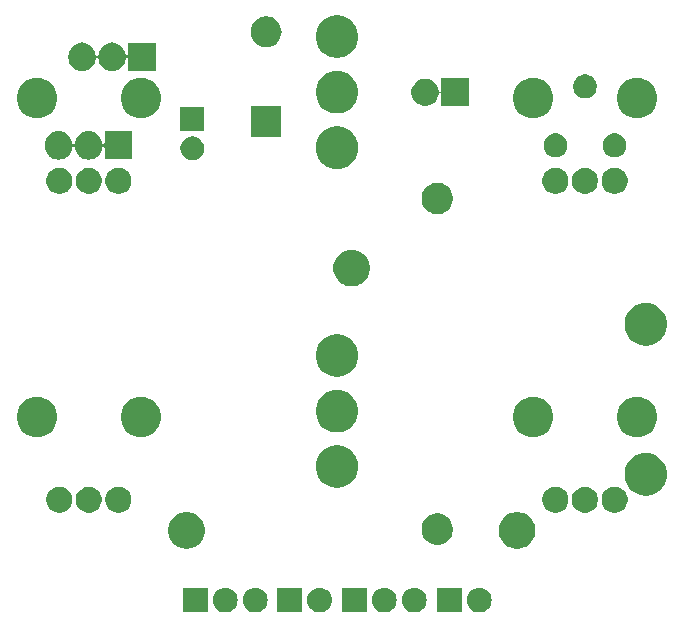
<source format=gbr>
G04 #@! TF.GenerationSoftware,KiCad,Pcbnew,(5.1.2-1)-1*
G04 #@! TF.CreationDate,2019-12-27T17:58:15-07:00*
G04 #@! TF.ProjectId,NuisanceEngine,4e756973-616e-4636-9545-6e67696e652e,rev?*
G04 #@! TF.SameCoordinates,Original*
G04 #@! TF.FileFunction,Soldermask,Bot*
G04 #@! TF.FilePolarity,Negative*
%FSLAX46Y46*%
G04 Gerber Fmt 4.6, Leading zero omitted, Abs format (unit mm)*
G04 Created by KiCad (PCBNEW (5.1.2-1)-1) date 2019-12-27 17:58:15*
%MOMM*%
%LPD*%
G04 APERTURE LIST*
%ADD10C,0.100000*%
G04 APERTURE END LIST*
D10*
G36*
X92168707Y-96957596D02*
G01*
X92245836Y-96965193D01*
X92443762Y-97025233D01*
X92443765Y-97025234D01*
X92626170Y-97122732D01*
X92786055Y-97253945D01*
X92917268Y-97413830D01*
X93014766Y-97596235D01*
X93014767Y-97596238D01*
X93074807Y-97794164D01*
X93095080Y-98000000D01*
X93074807Y-98205836D01*
X93014767Y-98403762D01*
X93014766Y-98403765D01*
X92917268Y-98586170D01*
X92786055Y-98746055D01*
X92626170Y-98877268D01*
X92443765Y-98974766D01*
X92443762Y-98974767D01*
X92245836Y-99034807D01*
X92168707Y-99042403D01*
X92091580Y-99050000D01*
X91988420Y-99050000D01*
X91911293Y-99042403D01*
X91834164Y-99034807D01*
X91636238Y-98974767D01*
X91636235Y-98974766D01*
X91453830Y-98877268D01*
X91293945Y-98746055D01*
X91162732Y-98586170D01*
X91065234Y-98403765D01*
X91065233Y-98403762D01*
X91005193Y-98205836D01*
X90984920Y-98000000D01*
X91005193Y-97794164D01*
X91065233Y-97596238D01*
X91065234Y-97596235D01*
X91162732Y-97413830D01*
X91293945Y-97253945D01*
X91453830Y-97122732D01*
X91636235Y-97025234D01*
X91636238Y-97025233D01*
X91834164Y-96965193D01*
X91911293Y-96957596D01*
X91988420Y-96950000D01*
X92091580Y-96950000D01*
X92168707Y-96957596D01*
X92168707Y-96957596D01*
G37*
G36*
X90550000Y-99050000D02*
G01*
X88450000Y-99050000D01*
X88450000Y-96950000D01*
X90550000Y-96950000D01*
X90550000Y-99050000D01*
X90550000Y-99050000D01*
G37*
G36*
X86668707Y-96957596D02*
G01*
X86745836Y-96965193D01*
X86943762Y-97025233D01*
X86943765Y-97025234D01*
X87126170Y-97122732D01*
X87286055Y-97253945D01*
X87417268Y-97413830D01*
X87514766Y-97596235D01*
X87514767Y-97596238D01*
X87574807Y-97794164D01*
X87595080Y-98000000D01*
X87574807Y-98205836D01*
X87514767Y-98403762D01*
X87514766Y-98403765D01*
X87417268Y-98586170D01*
X87286055Y-98746055D01*
X87126170Y-98877268D01*
X86943765Y-98974766D01*
X86943762Y-98974767D01*
X86745836Y-99034807D01*
X86668707Y-99042403D01*
X86591580Y-99050000D01*
X86488420Y-99050000D01*
X86411293Y-99042403D01*
X86334164Y-99034807D01*
X86136238Y-98974767D01*
X86136235Y-98974766D01*
X85953830Y-98877268D01*
X85793945Y-98746055D01*
X85662732Y-98586170D01*
X85565234Y-98403765D01*
X85565233Y-98403762D01*
X85505193Y-98205836D01*
X85484920Y-98000000D01*
X85505193Y-97794164D01*
X85565233Y-97596238D01*
X85565234Y-97596235D01*
X85662732Y-97413830D01*
X85793945Y-97253945D01*
X85953830Y-97122732D01*
X86136235Y-97025234D01*
X86136238Y-97025233D01*
X86334164Y-96965193D01*
X86411293Y-96957596D01*
X86488420Y-96950000D01*
X86591580Y-96950000D01*
X86668707Y-96957596D01*
X86668707Y-96957596D01*
G37*
G36*
X84128707Y-96957596D02*
G01*
X84205836Y-96965193D01*
X84403762Y-97025233D01*
X84403765Y-97025234D01*
X84586170Y-97122732D01*
X84746055Y-97253945D01*
X84877268Y-97413830D01*
X84974766Y-97596235D01*
X84974767Y-97596238D01*
X85034807Y-97794164D01*
X85055080Y-98000000D01*
X85034807Y-98205836D01*
X84974767Y-98403762D01*
X84974766Y-98403765D01*
X84877268Y-98586170D01*
X84746055Y-98746055D01*
X84586170Y-98877268D01*
X84403765Y-98974766D01*
X84403762Y-98974767D01*
X84205836Y-99034807D01*
X84128707Y-99042403D01*
X84051580Y-99050000D01*
X83948420Y-99050000D01*
X83871293Y-99042403D01*
X83794164Y-99034807D01*
X83596238Y-98974767D01*
X83596235Y-98974766D01*
X83413830Y-98877268D01*
X83253945Y-98746055D01*
X83122732Y-98586170D01*
X83025234Y-98403765D01*
X83025233Y-98403762D01*
X82965193Y-98205836D01*
X82944920Y-98000000D01*
X82965193Y-97794164D01*
X83025233Y-97596238D01*
X83025234Y-97596235D01*
X83122732Y-97413830D01*
X83253945Y-97253945D01*
X83413830Y-97122732D01*
X83596235Y-97025234D01*
X83596238Y-97025233D01*
X83794164Y-96965193D01*
X83871293Y-96957596D01*
X83948420Y-96950000D01*
X84051580Y-96950000D01*
X84128707Y-96957596D01*
X84128707Y-96957596D01*
G37*
G36*
X82510000Y-99050000D02*
G01*
X80410000Y-99050000D01*
X80410000Y-96950000D01*
X82510000Y-96950000D01*
X82510000Y-99050000D01*
X82510000Y-99050000D01*
G37*
G36*
X78668707Y-96957596D02*
G01*
X78745836Y-96965193D01*
X78943762Y-97025233D01*
X78943765Y-97025234D01*
X79126170Y-97122732D01*
X79286055Y-97253945D01*
X79417268Y-97413830D01*
X79514766Y-97596235D01*
X79514767Y-97596238D01*
X79574807Y-97794164D01*
X79595080Y-98000000D01*
X79574807Y-98205836D01*
X79514767Y-98403762D01*
X79514766Y-98403765D01*
X79417268Y-98586170D01*
X79286055Y-98746055D01*
X79126170Y-98877268D01*
X78943765Y-98974766D01*
X78943762Y-98974767D01*
X78745836Y-99034807D01*
X78668707Y-99042403D01*
X78591580Y-99050000D01*
X78488420Y-99050000D01*
X78411293Y-99042403D01*
X78334164Y-99034807D01*
X78136238Y-98974767D01*
X78136235Y-98974766D01*
X77953830Y-98877268D01*
X77793945Y-98746055D01*
X77662732Y-98586170D01*
X77565234Y-98403765D01*
X77565233Y-98403762D01*
X77505193Y-98205836D01*
X77484920Y-98000000D01*
X77505193Y-97794164D01*
X77565233Y-97596238D01*
X77565234Y-97596235D01*
X77662732Y-97413830D01*
X77793945Y-97253945D01*
X77953830Y-97122732D01*
X78136235Y-97025234D01*
X78136238Y-97025233D01*
X78334164Y-96965193D01*
X78411293Y-96957596D01*
X78488420Y-96950000D01*
X78591580Y-96950000D01*
X78668707Y-96957596D01*
X78668707Y-96957596D01*
G37*
G36*
X77050000Y-99050000D02*
G01*
X74950000Y-99050000D01*
X74950000Y-96950000D01*
X77050000Y-96950000D01*
X77050000Y-99050000D01*
X77050000Y-99050000D01*
G37*
G36*
X73208707Y-96957596D02*
G01*
X73285836Y-96965193D01*
X73483762Y-97025233D01*
X73483765Y-97025234D01*
X73666170Y-97122732D01*
X73826055Y-97253945D01*
X73957268Y-97413830D01*
X74054766Y-97596235D01*
X74054767Y-97596238D01*
X74114807Y-97794164D01*
X74135080Y-98000000D01*
X74114807Y-98205836D01*
X74054767Y-98403762D01*
X74054766Y-98403765D01*
X73957268Y-98586170D01*
X73826055Y-98746055D01*
X73666170Y-98877268D01*
X73483765Y-98974766D01*
X73483762Y-98974767D01*
X73285836Y-99034807D01*
X73208707Y-99042403D01*
X73131580Y-99050000D01*
X73028420Y-99050000D01*
X72951293Y-99042403D01*
X72874164Y-99034807D01*
X72676238Y-98974767D01*
X72676235Y-98974766D01*
X72493830Y-98877268D01*
X72333945Y-98746055D01*
X72202732Y-98586170D01*
X72105234Y-98403765D01*
X72105233Y-98403762D01*
X72045193Y-98205836D01*
X72024920Y-98000000D01*
X72045193Y-97794164D01*
X72105233Y-97596238D01*
X72105234Y-97596235D01*
X72202732Y-97413830D01*
X72333945Y-97253945D01*
X72493830Y-97122732D01*
X72676235Y-97025234D01*
X72676238Y-97025233D01*
X72874164Y-96965193D01*
X72951293Y-96957596D01*
X73028420Y-96950000D01*
X73131580Y-96950000D01*
X73208707Y-96957596D01*
X73208707Y-96957596D01*
G37*
G36*
X70668707Y-96957596D02*
G01*
X70745836Y-96965193D01*
X70943762Y-97025233D01*
X70943765Y-97025234D01*
X71126170Y-97122732D01*
X71286055Y-97253945D01*
X71417268Y-97413830D01*
X71514766Y-97596235D01*
X71514767Y-97596238D01*
X71574807Y-97794164D01*
X71595080Y-98000000D01*
X71574807Y-98205836D01*
X71514767Y-98403762D01*
X71514766Y-98403765D01*
X71417268Y-98586170D01*
X71286055Y-98746055D01*
X71126170Y-98877268D01*
X70943765Y-98974766D01*
X70943762Y-98974767D01*
X70745836Y-99034807D01*
X70668707Y-99042403D01*
X70591580Y-99050000D01*
X70488420Y-99050000D01*
X70411293Y-99042403D01*
X70334164Y-99034807D01*
X70136238Y-98974767D01*
X70136235Y-98974766D01*
X69953830Y-98877268D01*
X69793945Y-98746055D01*
X69662732Y-98586170D01*
X69565234Y-98403765D01*
X69565233Y-98403762D01*
X69505193Y-98205836D01*
X69484920Y-98000000D01*
X69505193Y-97794164D01*
X69565233Y-97596238D01*
X69565234Y-97596235D01*
X69662732Y-97413830D01*
X69793945Y-97253945D01*
X69953830Y-97122732D01*
X70136235Y-97025234D01*
X70136238Y-97025233D01*
X70334164Y-96965193D01*
X70411293Y-96957596D01*
X70488420Y-96950000D01*
X70591580Y-96950000D01*
X70668707Y-96957596D01*
X70668707Y-96957596D01*
G37*
G36*
X69050000Y-99050000D02*
G01*
X66950000Y-99050000D01*
X66950000Y-96950000D01*
X69050000Y-96950000D01*
X69050000Y-99050000D01*
X69050000Y-99050000D01*
G37*
G36*
X67441509Y-90557727D02*
G01*
X67702118Y-90609565D01*
X67818960Y-90657963D01*
X67984199Y-90726407D01*
X67984200Y-90726408D01*
X68238068Y-90896036D01*
X68453964Y-91111932D01*
X68480427Y-91151537D01*
X68623593Y-91365801D01*
X68625140Y-91369537D01*
X68725474Y-91611762D01*
X68740435Y-91647883D01*
X68800000Y-91947337D01*
X68800000Y-92252663D01*
X68740435Y-92552117D01*
X68623593Y-92834199D01*
X68623592Y-92834200D01*
X68453964Y-93088068D01*
X68238068Y-93303964D01*
X68197605Y-93331000D01*
X67984199Y-93473593D01*
X67818960Y-93542037D01*
X67702118Y-93590435D01*
X67552390Y-93620217D01*
X67402663Y-93650000D01*
X67097337Y-93650000D01*
X66947610Y-93620217D01*
X66797882Y-93590435D01*
X66681040Y-93542037D01*
X66515801Y-93473593D01*
X66302395Y-93331000D01*
X66261932Y-93303964D01*
X66046036Y-93088068D01*
X65876408Y-92834200D01*
X65876407Y-92834199D01*
X65759565Y-92552117D01*
X65700000Y-92252663D01*
X65700000Y-91947337D01*
X65759565Y-91647883D01*
X65774527Y-91611762D01*
X65874860Y-91369537D01*
X65876407Y-91365801D01*
X66019573Y-91151537D01*
X66046036Y-91111932D01*
X66261932Y-90896036D01*
X66515800Y-90726408D01*
X66515801Y-90726407D01*
X66681040Y-90657963D01*
X66797882Y-90609565D01*
X67058491Y-90557727D01*
X67097337Y-90550000D01*
X67402663Y-90550000D01*
X67441509Y-90557727D01*
X67441509Y-90557727D01*
G37*
G36*
X95441509Y-90557727D02*
G01*
X95702118Y-90609565D01*
X95818960Y-90657963D01*
X95984199Y-90726407D01*
X95984200Y-90726408D01*
X96238068Y-90896036D01*
X96453964Y-91111932D01*
X96480427Y-91151537D01*
X96623593Y-91365801D01*
X96625140Y-91369537D01*
X96725474Y-91611762D01*
X96740435Y-91647883D01*
X96800000Y-91947337D01*
X96800000Y-92252663D01*
X96740435Y-92552117D01*
X96623593Y-92834199D01*
X96623592Y-92834200D01*
X96453964Y-93088068D01*
X96238068Y-93303964D01*
X96197605Y-93331000D01*
X95984199Y-93473593D01*
X95818960Y-93542037D01*
X95702118Y-93590435D01*
X95552390Y-93620217D01*
X95402663Y-93650000D01*
X95097337Y-93650000D01*
X94947610Y-93620217D01*
X94797882Y-93590435D01*
X94681040Y-93542037D01*
X94515801Y-93473593D01*
X94302395Y-93331000D01*
X94261932Y-93303964D01*
X94046036Y-93088068D01*
X93876408Y-92834200D01*
X93876407Y-92834199D01*
X93759565Y-92552117D01*
X93700000Y-92252663D01*
X93700000Y-91947337D01*
X93759565Y-91647883D01*
X93774527Y-91611762D01*
X93874860Y-91369537D01*
X93876407Y-91365801D01*
X94019573Y-91151537D01*
X94046036Y-91111932D01*
X94261932Y-90896036D01*
X94515800Y-90726408D01*
X94515801Y-90726407D01*
X94681040Y-90657963D01*
X94797882Y-90609565D01*
X95058491Y-90557727D01*
X95097337Y-90550000D01*
X95402663Y-90550000D01*
X95441509Y-90557727D01*
X95441509Y-90557727D01*
G37*
G36*
X88888237Y-90720149D02*
G01*
X89130463Y-90820482D01*
X89130465Y-90820483D01*
X89348463Y-90966145D01*
X89533855Y-91151537D01*
X89533856Y-91151539D01*
X89679518Y-91369537D01*
X89779851Y-91611763D01*
X89831000Y-91868907D01*
X89831000Y-92131093D01*
X89779851Y-92388237D01*
X89711970Y-92552117D01*
X89679517Y-92630465D01*
X89533855Y-92848463D01*
X89348463Y-93033855D01*
X89130465Y-93179517D01*
X89130464Y-93179518D01*
X89130463Y-93179518D01*
X88888237Y-93279851D01*
X88631093Y-93331000D01*
X88368907Y-93331000D01*
X88111763Y-93279851D01*
X87869537Y-93179518D01*
X87869536Y-93179518D01*
X87869535Y-93179517D01*
X87651537Y-93033855D01*
X87466145Y-92848463D01*
X87320483Y-92630465D01*
X87288030Y-92552117D01*
X87220149Y-92388237D01*
X87169000Y-92131093D01*
X87169000Y-91868907D01*
X87220149Y-91611763D01*
X87320482Y-91369537D01*
X87466144Y-91151539D01*
X87466145Y-91151537D01*
X87651537Y-90966145D01*
X87869535Y-90820483D01*
X87869537Y-90820482D01*
X88111763Y-90720149D01*
X88368907Y-90669000D01*
X88631093Y-90669000D01*
X88888237Y-90720149D01*
X88888237Y-90720149D01*
G37*
G36*
X56820857Y-88442272D02*
G01*
X56960224Y-88500000D01*
X57021045Y-88525193D01*
X57111738Y-88585792D01*
X57201208Y-88645574D01*
X57354426Y-88798792D01*
X57474808Y-88978957D01*
X57557728Y-89179143D01*
X57600000Y-89391658D01*
X57600000Y-89608342D01*
X57557728Y-89820857D01*
X57474808Y-90021043D01*
X57474807Y-90021045D01*
X57354425Y-90201209D01*
X57201209Y-90354425D01*
X57021045Y-90474807D01*
X57021044Y-90474808D01*
X57021043Y-90474808D01*
X56820857Y-90557728D01*
X56608342Y-90600000D01*
X56391658Y-90600000D01*
X56179143Y-90557728D01*
X55978957Y-90474808D01*
X55978956Y-90474808D01*
X55978955Y-90474807D01*
X55798791Y-90354425D01*
X55645575Y-90201209D01*
X55525193Y-90021045D01*
X55525192Y-90021043D01*
X55442272Y-89820857D01*
X55400000Y-89608342D01*
X55400000Y-89391658D01*
X55442272Y-89179143D01*
X55525192Y-88978957D01*
X55645574Y-88798792D01*
X55798792Y-88645574D01*
X55888262Y-88585792D01*
X55978955Y-88525193D01*
X56039776Y-88500000D01*
X56179143Y-88442272D01*
X56391658Y-88400000D01*
X56608342Y-88400000D01*
X56820857Y-88442272D01*
X56820857Y-88442272D01*
G37*
G36*
X59320857Y-88442272D02*
G01*
X59460224Y-88500000D01*
X59521045Y-88525193D01*
X59611738Y-88585792D01*
X59701208Y-88645574D01*
X59854426Y-88798792D01*
X59974808Y-88978957D01*
X60057728Y-89179143D01*
X60100000Y-89391658D01*
X60100000Y-89608342D01*
X60057728Y-89820857D01*
X59974808Y-90021043D01*
X59974807Y-90021045D01*
X59854425Y-90201209D01*
X59701209Y-90354425D01*
X59521045Y-90474807D01*
X59521044Y-90474808D01*
X59521043Y-90474808D01*
X59320857Y-90557728D01*
X59108342Y-90600000D01*
X58891658Y-90600000D01*
X58679143Y-90557728D01*
X58478957Y-90474808D01*
X58478956Y-90474808D01*
X58478955Y-90474807D01*
X58298791Y-90354425D01*
X58145575Y-90201209D01*
X58025193Y-90021045D01*
X58025192Y-90021043D01*
X57942272Y-89820857D01*
X57900000Y-89608342D01*
X57900000Y-89391658D01*
X57942272Y-89179143D01*
X58025192Y-88978957D01*
X58145574Y-88798792D01*
X58298792Y-88645574D01*
X58388262Y-88585792D01*
X58478955Y-88525193D01*
X58539776Y-88500000D01*
X58679143Y-88442272D01*
X58891658Y-88400000D01*
X59108342Y-88400000D01*
X59320857Y-88442272D01*
X59320857Y-88442272D01*
G37*
G36*
X61820857Y-88442272D02*
G01*
X61960224Y-88500000D01*
X62021045Y-88525193D01*
X62111738Y-88585792D01*
X62201208Y-88645574D01*
X62354426Y-88798792D01*
X62474808Y-88978957D01*
X62557728Y-89179143D01*
X62600000Y-89391658D01*
X62600000Y-89608342D01*
X62557728Y-89820857D01*
X62474808Y-90021043D01*
X62474807Y-90021045D01*
X62354425Y-90201209D01*
X62201209Y-90354425D01*
X62021045Y-90474807D01*
X62021044Y-90474808D01*
X62021043Y-90474808D01*
X61820857Y-90557728D01*
X61608342Y-90600000D01*
X61391658Y-90600000D01*
X61179143Y-90557728D01*
X60978957Y-90474808D01*
X60978956Y-90474808D01*
X60978955Y-90474807D01*
X60798791Y-90354425D01*
X60645575Y-90201209D01*
X60525193Y-90021045D01*
X60525192Y-90021043D01*
X60442272Y-89820857D01*
X60400000Y-89608342D01*
X60400000Y-89391658D01*
X60442272Y-89179143D01*
X60525192Y-88978957D01*
X60645574Y-88798792D01*
X60798792Y-88645574D01*
X60888262Y-88585792D01*
X60978955Y-88525193D01*
X61039776Y-88500000D01*
X61179143Y-88442272D01*
X61391658Y-88400000D01*
X61608342Y-88400000D01*
X61820857Y-88442272D01*
X61820857Y-88442272D01*
G37*
G36*
X103820857Y-88442272D02*
G01*
X103960224Y-88500000D01*
X104021045Y-88525193D01*
X104111738Y-88585792D01*
X104201208Y-88645574D01*
X104354426Y-88798792D01*
X104474808Y-88978957D01*
X104557728Y-89179143D01*
X104600000Y-89391658D01*
X104600000Y-89608342D01*
X104557728Y-89820857D01*
X104474808Y-90021043D01*
X104474807Y-90021045D01*
X104354425Y-90201209D01*
X104201209Y-90354425D01*
X104021045Y-90474807D01*
X104021044Y-90474808D01*
X104021043Y-90474808D01*
X103820857Y-90557728D01*
X103608342Y-90600000D01*
X103391658Y-90600000D01*
X103179143Y-90557728D01*
X102978957Y-90474808D01*
X102978956Y-90474808D01*
X102978955Y-90474807D01*
X102798791Y-90354425D01*
X102645575Y-90201209D01*
X102525193Y-90021045D01*
X102525192Y-90021043D01*
X102442272Y-89820857D01*
X102400000Y-89608342D01*
X102400000Y-89391658D01*
X102442272Y-89179143D01*
X102525192Y-88978957D01*
X102645574Y-88798792D01*
X102798792Y-88645574D01*
X102888262Y-88585792D01*
X102978955Y-88525193D01*
X103039776Y-88500000D01*
X103179143Y-88442272D01*
X103391658Y-88400000D01*
X103608342Y-88400000D01*
X103820857Y-88442272D01*
X103820857Y-88442272D01*
G37*
G36*
X101320857Y-88442272D02*
G01*
X101460224Y-88500000D01*
X101521045Y-88525193D01*
X101611738Y-88585792D01*
X101701208Y-88645574D01*
X101854426Y-88798792D01*
X101974808Y-88978957D01*
X102057728Y-89179143D01*
X102100000Y-89391658D01*
X102100000Y-89608342D01*
X102057728Y-89820857D01*
X101974808Y-90021043D01*
X101974807Y-90021045D01*
X101854425Y-90201209D01*
X101701209Y-90354425D01*
X101521045Y-90474807D01*
X101521044Y-90474808D01*
X101521043Y-90474808D01*
X101320857Y-90557728D01*
X101108342Y-90600000D01*
X100891658Y-90600000D01*
X100679143Y-90557728D01*
X100478957Y-90474808D01*
X100478956Y-90474808D01*
X100478955Y-90474807D01*
X100298791Y-90354425D01*
X100145575Y-90201209D01*
X100025193Y-90021045D01*
X100025192Y-90021043D01*
X99942272Y-89820857D01*
X99900000Y-89608342D01*
X99900000Y-89391658D01*
X99942272Y-89179143D01*
X100025192Y-88978957D01*
X100145574Y-88798792D01*
X100298792Y-88645574D01*
X100388262Y-88585792D01*
X100478955Y-88525193D01*
X100539776Y-88500000D01*
X100679143Y-88442272D01*
X100891658Y-88400000D01*
X101108342Y-88400000D01*
X101320857Y-88442272D01*
X101320857Y-88442272D01*
G37*
G36*
X98820857Y-88442272D02*
G01*
X98960224Y-88500000D01*
X99021045Y-88525193D01*
X99111738Y-88585792D01*
X99201208Y-88645574D01*
X99354426Y-88798792D01*
X99474808Y-88978957D01*
X99557728Y-89179143D01*
X99600000Y-89391658D01*
X99600000Y-89608342D01*
X99557728Y-89820857D01*
X99474808Y-90021043D01*
X99474807Y-90021045D01*
X99354425Y-90201209D01*
X99201209Y-90354425D01*
X99021045Y-90474807D01*
X99021044Y-90474808D01*
X99021043Y-90474808D01*
X98820857Y-90557728D01*
X98608342Y-90600000D01*
X98391658Y-90600000D01*
X98179143Y-90557728D01*
X97978957Y-90474808D01*
X97978956Y-90474808D01*
X97978955Y-90474807D01*
X97798791Y-90354425D01*
X97645575Y-90201209D01*
X97525193Y-90021045D01*
X97525192Y-90021043D01*
X97442272Y-89820857D01*
X97400000Y-89608342D01*
X97400000Y-89391658D01*
X97442272Y-89179143D01*
X97525192Y-88978957D01*
X97645574Y-88798792D01*
X97798792Y-88645574D01*
X97888262Y-88585792D01*
X97978955Y-88525193D01*
X98039776Y-88500000D01*
X98179143Y-88442272D01*
X98391658Y-88400000D01*
X98608342Y-88400000D01*
X98820857Y-88442272D01*
X98820857Y-88442272D01*
G37*
G36*
X106501163Y-85584587D02*
G01*
X106675041Y-85619173D01*
X107002620Y-85754861D01*
X107297433Y-85951849D01*
X107548151Y-86202567D01*
X107745139Y-86497380D01*
X107880827Y-86824959D01*
X107880827Y-86824961D01*
X107950000Y-87172714D01*
X107950000Y-87527286D01*
X107915414Y-87701162D01*
X107880827Y-87875041D01*
X107745139Y-88202620D01*
X107548151Y-88497433D01*
X107297433Y-88748151D01*
X107002620Y-88945139D01*
X106675041Y-89080827D01*
X106501162Y-89115414D01*
X106327286Y-89150000D01*
X105972714Y-89150000D01*
X105798838Y-89115414D01*
X105624959Y-89080827D01*
X105297380Y-88945139D01*
X105002567Y-88748151D01*
X104751849Y-88497433D01*
X104554861Y-88202620D01*
X104419173Y-87875041D01*
X104384586Y-87701162D01*
X104350000Y-87527286D01*
X104350000Y-87172714D01*
X104419173Y-86824961D01*
X104419173Y-86824959D01*
X104554861Y-86497380D01*
X104751849Y-86202567D01*
X105002567Y-85951849D01*
X105297380Y-85754861D01*
X105624959Y-85619173D01*
X105798837Y-85584587D01*
X105972714Y-85550000D01*
X106327286Y-85550000D01*
X106501163Y-85584587D01*
X106501163Y-85584587D01*
G37*
G36*
X80351163Y-84934587D02*
G01*
X80525041Y-84969173D01*
X80852620Y-85104861D01*
X81147433Y-85301849D01*
X81398151Y-85552567D01*
X81595139Y-85847380D01*
X81730827Y-86174959D01*
X81765414Y-86348838D01*
X81794961Y-86497380D01*
X81800000Y-86522716D01*
X81800000Y-86877284D01*
X81730827Y-87225041D01*
X81595139Y-87552620D01*
X81398151Y-87847433D01*
X81147433Y-88098151D01*
X80852620Y-88295139D01*
X80525041Y-88430827D01*
X80351162Y-88465414D01*
X80177286Y-88500000D01*
X79822714Y-88500000D01*
X79648838Y-88465414D01*
X79474959Y-88430827D01*
X79147380Y-88295139D01*
X78852567Y-88098151D01*
X78601849Y-87847433D01*
X78404861Y-87552620D01*
X78269173Y-87225041D01*
X78200000Y-86877284D01*
X78200000Y-86522716D01*
X78205040Y-86497380D01*
X78234587Y-86348837D01*
X78269173Y-86174959D01*
X78404861Y-85847380D01*
X78601849Y-85552567D01*
X78852567Y-85301849D01*
X79147380Y-85104861D01*
X79474959Y-84969173D01*
X79648837Y-84934587D01*
X79822714Y-84900000D01*
X80177286Y-84900000D01*
X80351163Y-84934587D01*
X80351163Y-84934587D01*
G37*
G36*
X105731653Y-80832665D02*
G01*
X105895872Y-80865330D01*
X106205252Y-80993479D01*
X106483687Y-81179523D01*
X106720477Y-81416313D01*
X106906521Y-81694748D01*
X107034670Y-82004128D01*
X107100000Y-82332565D01*
X107100000Y-82667435D01*
X107034670Y-82995872D01*
X106906521Y-83305252D01*
X106720477Y-83583687D01*
X106483687Y-83820477D01*
X106205252Y-84006521D01*
X105895872Y-84134670D01*
X105731654Y-84167335D01*
X105567437Y-84200000D01*
X105232563Y-84200000D01*
X105068346Y-84167335D01*
X104904128Y-84134670D01*
X104594748Y-84006521D01*
X104316313Y-83820477D01*
X104079523Y-83583687D01*
X103893479Y-83305252D01*
X103765330Y-82995872D01*
X103700000Y-82667435D01*
X103700000Y-82332565D01*
X103765330Y-82004128D01*
X103893479Y-81694748D01*
X104079523Y-81416313D01*
X104316313Y-81179523D01*
X104594748Y-80993479D01*
X104904128Y-80865330D01*
X105068347Y-80832665D01*
X105232563Y-80800000D01*
X105567437Y-80800000D01*
X105731653Y-80832665D01*
X105731653Y-80832665D01*
G37*
G36*
X96931653Y-80832665D02*
G01*
X97095872Y-80865330D01*
X97405252Y-80993479D01*
X97683687Y-81179523D01*
X97920477Y-81416313D01*
X98106521Y-81694748D01*
X98234670Y-82004128D01*
X98300000Y-82332565D01*
X98300000Y-82667435D01*
X98234670Y-82995872D01*
X98106521Y-83305252D01*
X97920477Y-83583687D01*
X97683687Y-83820477D01*
X97405252Y-84006521D01*
X97095872Y-84134670D01*
X96931654Y-84167335D01*
X96767437Y-84200000D01*
X96432563Y-84200000D01*
X96268346Y-84167335D01*
X96104128Y-84134670D01*
X95794748Y-84006521D01*
X95516313Y-83820477D01*
X95279523Y-83583687D01*
X95093479Y-83305252D01*
X94965330Y-82995872D01*
X94900000Y-82667435D01*
X94900000Y-82332565D01*
X94965330Y-82004128D01*
X95093479Y-81694748D01*
X95279523Y-81416313D01*
X95516313Y-81179523D01*
X95794748Y-80993479D01*
X96104128Y-80865330D01*
X96268347Y-80832665D01*
X96432563Y-80800000D01*
X96767437Y-80800000D01*
X96931653Y-80832665D01*
X96931653Y-80832665D01*
G37*
G36*
X63731653Y-80832665D02*
G01*
X63895872Y-80865330D01*
X64205252Y-80993479D01*
X64483687Y-81179523D01*
X64720477Y-81416313D01*
X64906521Y-81694748D01*
X65034670Y-82004128D01*
X65100000Y-82332565D01*
X65100000Y-82667435D01*
X65034670Y-82995872D01*
X64906521Y-83305252D01*
X64720477Y-83583687D01*
X64483687Y-83820477D01*
X64205252Y-84006521D01*
X63895872Y-84134670D01*
X63731654Y-84167335D01*
X63567437Y-84200000D01*
X63232563Y-84200000D01*
X63068346Y-84167335D01*
X62904128Y-84134670D01*
X62594748Y-84006521D01*
X62316313Y-83820477D01*
X62079523Y-83583687D01*
X61893479Y-83305252D01*
X61765330Y-82995872D01*
X61700000Y-82667435D01*
X61700000Y-82332565D01*
X61765330Y-82004128D01*
X61893479Y-81694748D01*
X62079523Y-81416313D01*
X62316313Y-81179523D01*
X62594748Y-80993479D01*
X62904128Y-80865330D01*
X63068347Y-80832665D01*
X63232563Y-80800000D01*
X63567437Y-80800000D01*
X63731653Y-80832665D01*
X63731653Y-80832665D01*
G37*
G36*
X54931653Y-80832665D02*
G01*
X55095872Y-80865330D01*
X55405252Y-80993479D01*
X55683687Y-81179523D01*
X55920477Y-81416313D01*
X56106521Y-81694748D01*
X56234670Y-82004128D01*
X56300000Y-82332565D01*
X56300000Y-82667435D01*
X56234670Y-82995872D01*
X56106521Y-83305252D01*
X55920477Y-83583687D01*
X55683687Y-83820477D01*
X55405252Y-84006521D01*
X55095872Y-84134670D01*
X54931654Y-84167335D01*
X54767437Y-84200000D01*
X54432563Y-84200000D01*
X54268346Y-84167335D01*
X54104128Y-84134670D01*
X53794748Y-84006521D01*
X53516313Y-83820477D01*
X53279523Y-83583687D01*
X53093479Y-83305252D01*
X52965330Y-82995872D01*
X52900000Y-82667435D01*
X52900000Y-82332565D01*
X52965330Y-82004128D01*
X53093479Y-81694748D01*
X53279523Y-81416313D01*
X53516313Y-81179523D01*
X53794748Y-80993479D01*
X54104128Y-80865330D01*
X54268347Y-80832665D01*
X54432563Y-80800000D01*
X54767437Y-80800000D01*
X54931653Y-80832665D01*
X54931653Y-80832665D01*
G37*
G36*
X80351163Y-80234587D02*
G01*
X80525041Y-80269173D01*
X80852620Y-80404861D01*
X81147433Y-80601849D01*
X81398151Y-80852567D01*
X81595139Y-81147380D01*
X81730827Y-81474959D01*
X81800000Y-81822716D01*
X81800000Y-82177284D01*
X81730827Y-82525041D01*
X81595139Y-82852620D01*
X81398151Y-83147433D01*
X81147433Y-83398151D01*
X80852620Y-83595139D01*
X80525041Y-83730827D01*
X80351162Y-83765414D01*
X80177286Y-83800000D01*
X79822714Y-83800000D01*
X79648838Y-83765414D01*
X79474959Y-83730827D01*
X79147380Y-83595139D01*
X78852567Y-83398151D01*
X78601849Y-83147433D01*
X78404861Y-82852620D01*
X78269173Y-82525041D01*
X78200000Y-82177284D01*
X78200000Y-81822716D01*
X78269173Y-81474959D01*
X78404861Y-81147380D01*
X78601849Y-80852567D01*
X78852567Y-80601849D01*
X79147380Y-80404861D01*
X79474959Y-80269173D01*
X79648837Y-80234587D01*
X79822714Y-80200000D01*
X80177286Y-80200000D01*
X80351163Y-80234587D01*
X80351163Y-80234587D01*
G37*
G36*
X80351163Y-75534587D02*
G01*
X80525041Y-75569173D01*
X80852620Y-75704861D01*
X81147433Y-75901849D01*
X81398151Y-76152567D01*
X81595139Y-76447380D01*
X81730827Y-76774959D01*
X81800000Y-77122716D01*
X81800000Y-77477284D01*
X81730827Y-77825041D01*
X81595139Y-78152620D01*
X81398151Y-78447433D01*
X81147433Y-78698151D01*
X80852620Y-78895139D01*
X80525041Y-79030827D01*
X80351163Y-79065413D01*
X80177286Y-79100000D01*
X79822714Y-79100000D01*
X79648837Y-79065413D01*
X79474959Y-79030827D01*
X79147380Y-78895139D01*
X78852567Y-78698151D01*
X78601849Y-78447433D01*
X78404861Y-78152620D01*
X78269173Y-77825041D01*
X78200000Y-77477284D01*
X78200000Y-77122716D01*
X78269173Y-76774959D01*
X78404861Y-76447380D01*
X78601849Y-76152567D01*
X78852567Y-75901849D01*
X79147380Y-75704861D01*
X79474959Y-75569173D01*
X79648837Y-75534587D01*
X79822714Y-75500000D01*
X80177286Y-75500000D01*
X80351163Y-75534587D01*
X80351163Y-75534587D01*
G37*
G36*
X106501162Y-72884586D02*
G01*
X106675041Y-72919173D01*
X107002620Y-73054861D01*
X107297433Y-73251849D01*
X107548151Y-73502567D01*
X107745139Y-73797380D01*
X107880827Y-74124959D01*
X107950000Y-74472716D01*
X107950000Y-74827284D01*
X107880827Y-75175041D01*
X107745139Y-75502620D01*
X107548151Y-75797433D01*
X107297433Y-76048151D01*
X107002620Y-76245139D01*
X106675041Y-76380827D01*
X106501162Y-76415414D01*
X106327286Y-76450000D01*
X105972714Y-76450000D01*
X105798838Y-76415414D01*
X105624959Y-76380827D01*
X105297380Y-76245139D01*
X105002567Y-76048151D01*
X104751849Y-75797433D01*
X104554861Y-75502620D01*
X104419173Y-75175041D01*
X104350000Y-74827284D01*
X104350000Y-74472716D01*
X104419173Y-74124959D01*
X104554861Y-73797380D01*
X104751849Y-73502567D01*
X105002567Y-73251849D01*
X105297380Y-73054861D01*
X105624959Y-72919173D01*
X105798838Y-72884586D01*
X105972714Y-72850000D01*
X106327286Y-72850000D01*
X106501162Y-72884586D01*
X106501162Y-72884586D01*
G37*
G36*
X81552390Y-68379783D02*
G01*
X81702118Y-68409565D01*
X81818960Y-68457963D01*
X81984199Y-68526407D01*
X81984200Y-68526408D01*
X82238068Y-68696036D01*
X82453964Y-68911932D01*
X82567306Y-69081561D01*
X82623593Y-69165801D01*
X82740435Y-69447883D01*
X82800000Y-69747337D01*
X82800000Y-70052663D01*
X82740435Y-70352117D01*
X82623593Y-70634199D01*
X82623592Y-70634200D01*
X82453964Y-70888068D01*
X82238068Y-71103964D01*
X82068439Y-71217306D01*
X81984199Y-71273593D01*
X81818960Y-71342037D01*
X81702118Y-71390435D01*
X81552390Y-71420218D01*
X81402663Y-71450000D01*
X81097337Y-71450000D01*
X80947610Y-71420218D01*
X80797882Y-71390435D01*
X80681040Y-71342037D01*
X80515801Y-71273593D01*
X80431561Y-71217306D01*
X80261932Y-71103964D01*
X80046036Y-70888068D01*
X79876408Y-70634200D01*
X79876407Y-70634199D01*
X79759565Y-70352117D01*
X79700000Y-70052663D01*
X79700000Y-69747337D01*
X79759565Y-69447883D01*
X79876407Y-69165801D01*
X79932694Y-69081561D01*
X80046036Y-68911932D01*
X80261932Y-68696036D01*
X80515800Y-68526408D01*
X80515801Y-68526407D01*
X80681040Y-68457963D01*
X80797882Y-68409565D01*
X80947610Y-68379783D01*
X81097337Y-68350000D01*
X81402663Y-68350000D01*
X81552390Y-68379783D01*
X81552390Y-68379783D01*
G37*
G36*
X88888237Y-62720149D02*
G01*
X89130463Y-62820482D01*
X89130465Y-62820483D01*
X89348463Y-62966145D01*
X89533855Y-63151537D01*
X89669421Y-63354426D01*
X89679518Y-63369537D01*
X89779851Y-63611763D01*
X89831000Y-63868907D01*
X89831000Y-64131093D01*
X89779851Y-64388237D01*
X89679518Y-64630463D01*
X89679517Y-64630465D01*
X89533855Y-64848463D01*
X89348463Y-65033855D01*
X89130465Y-65179517D01*
X89130464Y-65179518D01*
X89130463Y-65179518D01*
X88888237Y-65279851D01*
X88631093Y-65331000D01*
X88368907Y-65331000D01*
X88111763Y-65279851D01*
X87869537Y-65179518D01*
X87869536Y-65179518D01*
X87869535Y-65179517D01*
X87651537Y-65033855D01*
X87466145Y-64848463D01*
X87320483Y-64630465D01*
X87320482Y-64630463D01*
X87220149Y-64388237D01*
X87169000Y-64131093D01*
X87169000Y-63868907D01*
X87220149Y-63611763D01*
X87320482Y-63369537D01*
X87330579Y-63354426D01*
X87466145Y-63151537D01*
X87651537Y-62966145D01*
X87869535Y-62820483D01*
X87869537Y-62820482D01*
X88111763Y-62720149D01*
X88368907Y-62669000D01*
X88631093Y-62669000D01*
X88888237Y-62720149D01*
X88888237Y-62720149D01*
G37*
G36*
X103820857Y-61442272D02*
G01*
X103960224Y-61500000D01*
X104021045Y-61525193D01*
X104111738Y-61585792D01*
X104201208Y-61645574D01*
X104354426Y-61798792D01*
X104474808Y-61978957D01*
X104557728Y-62179143D01*
X104600000Y-62391658D01*
X104600000Y-62608342D01*
X104557728Y-62820857D01*
X104474808Y-63021043D01*
X104354426Y-63201208D01*
X104201208Y-63354426D01*
X104111738Y-63414208D01*
X104021045Y-63474807D01*
X104021044Y-63474808D01*
X104021043Y-63474808D01*
X103820857Y-63557728D01*
X103608342Y-63600000D01*
X103391658Y-63600000D01*
X103179143Y-63557728D01*
X102978957Y-63474808D01*
X102978956Y-63474808D01*
X102978955Y-63474807D01*
X102888262Y-63414208D01*
X102798792Y-63354426D01*
X102645574Y-63201208D01*
X102525192Y-63021043D01*
X102442272Y-62820857D01*
X102400000Y-62608342D01*
X102400000Y-62391658D01*
X102442272Y-62179143D01*
X102525192Y-61978957D01*
X102645574Y-61798792D01*
X102798792Y-61645574D01*
X102888262Y-61585792D01*
X102978955Y-61525193D01*
X103039776Y-61500000D01*
X103179143Y-61442272D01*
X103391658Y-61400000D01*
X103608342Y-61400000D01*
X103820857Y-61442272D01*
X103820857Y-61442272D01*
G37*
G36*
X101320857Y-61442272D02*
G01*
X101460224Y-61500000D01*
X101521045Y-61525193D01*
X101611738Y-61585792D01*
X101701208Y-61645574D01*
X101854426Y-61798792D01*
X101974808Y-61978957D01*
X102057728Y-62179143D01*
X102100000Y-62391658D01*
X102100000Y-62608342D01*
X102057728Y-62820857D01*
X101974808Y-63021043D01*
X101854426Y-63201208D01*
X101701208Y-63354426D01*
X101611738Y-63414208D01*
X101521045Y-63474807D01*
X101521044Y-63474808D01*
X101521043Y-63474808D01*
X101320857Y-63557728D01*
X101108342Y-63600000D01*
X100891658Y-63600000D01*
X100679143Y-63557728D01*
X100478957Y-63474808D01*
X100478956Y-63474808D01*
X100478955Y-63474807D01*
X100388262Y-63414208D01*
X100298792Y-63354426D01*
X100145574Y-63201208D01*
X100025192Y-63021043D01*
X99942272Y-62820857D01*
X99900000Y-62608342D01*
X99900000Y-62391658D01*
X99942272Y-62179143D01*
X100025192Y-61978957D01*
X100145574Y-61798792D01*
X100298792Y-61645574D01*
X100388262Y-61585792D01*
X100478955Y-61525193D01*
X100539776Y-61500000D01*
X100679143Y-61442272D01*
X100891658Y-61400000D01*
X101108342Y-61400000D01*
X101320857Y-61442272D01*
X101320857Y-61442272D01*
G37*
G36*
X98820857Y-61442272D02*
G01*
X98960224Y-61500000D01*
X99021045Y-61525193D01*
X99111738Y-61585792D01*
X99201208Y-61645574D01*
X99354426Y-61798792D01*
X99474808Y-61978957D01*
X99557728Y-62179143D01*
X99600000Y-62391658D01*
X99600000Y-62608342D01*
X99557728Y-62820857D01*
X99474808Y-63021043D01*
X99354426Y-63201208D01*
X99201208Y-63354426D01*
X99111738Y-63414208D01*
X99021045Y-63474807D01*
X99021044Y-63474808D01*
X99021043Y-63474808D01*
X98820857Y-63557728D01*
X98608342Y-63600000D01*
X98391658Y-63600000D01*
X98179143Y-63557728D01*
X97978957Y-63474808D01*
X97978956Y-63474808D01*
X97978955Y-63474807D01*
X97888262Y-63414208D01*
X97798792Y-63354426D01*
X97645574Y-63201208D01*
X97525192Y-63021043D01*
X97442272Y-62820857D01*
X97400000Y-62608342D01*
X97400000Y-62391658D01*
X97442272Y-62179143D01*
X97525192Y-61978957D01*
X97645574Y-61798792D01*
X97798792Y-61645574D01*
X97888262Y-61585792D01*
X97978955Y-61525193D01*
X98039776Y-61500000D01*
X98179143Y-61442272D01*
X98391658Y-61400000D01*
X98608342Y-61400000D01*
X98820857Y-61442272D01*
X98820857Y-61442272D01*
G37*
G36*
X61820857Y-61442272D02*
G01*
X61960224Y-61500000D01*
X62021045Y-61525193D01*
X62111738Y-61585792D01*
X62201208Y-61645574D01*
X62354426Y-61798792D01*
X62474808Y-61978957D01*
X62557728Y-62179143D01*
X62600000Y-62391658D01*
X62600000Y-62608342D01*
X62557728Y-62820857D01*
X62474808Y-63021043D01*
X62354426Y-63201208D01*
X62201208Y-63354426D01*
X62111738Y-63414208D01*
X62021045Y-63474807D01*
X62021044Y-63474808D01*
X62021043Y-63474808D01*
X61820857Y-63557728D01*
X61608342Y-63600000D01*
X61391658Y-63600000D01*
X61179143Y-63557728D01*
X60978957Y-63474808D01*
X60978956Y-63474808D01*
X60978955Y-63474807D01*
X60888262Y-63414208D01*
X60798792Y-63354426D01*
X60645574Y-63201208D01*
X60525192Y-63021043D01*
X60442272Y-62820857D01*
X60400000Y-62608342D01*
X60400000Y-62391658D01*
X60442272Y-62179143D01*
X60525192Y-61978957D01*
X60645574Y-61798792D01*
X60798792Y-61645574D01*
X60888262Y-61585792D01*
X60978955Y-61525193D01*
X61039776Y-61500000D01*
X61179143Y-61442272D01*
X61391658Y-61400000D01*
X61608342Y-61400000D01*
X61820857Y-61442272D01*
X61820857Y-61442272D01*
G37*
G36*
X59320857Y-61442272D02*
G01*
X59460224Y-61500000D01*
X59521045Y-61525193D01*
X59611738Y-61585792D01*
X59701208Y-61645574D01*
X59854426Y-61798792D01*
X59974808Y-61978957D01*
X60057728Y-62179143D01*
X60100000Y-62391658D01*
X60100000Y-62608342D01*
X60057728Y-62820857D01*
X59974808Y-63021043D01*
X59854426Y-63201208D01*
X59701208Y-63354426D01*
X59611738Y-63414208D01*
X59521045Y-63474807D01*
X59521044Y-63474808D01*
X59521043Y-63474808D01*
X59320857Y-63557728D01*
X59108342Y-63600000D01*
X58891658Y-63600000D01*
X58679143Y-63557728D01*
X58478957Y-63474808D01*
X58478956Y-63474808D01*
X58478955Y-63474807D01*
X58388262Y-63414208D01*
X58298792Y-63354426D01*
X58145574Y-63201208D01*
X58025192Y-63021043D01*
X57942272Y-62820857D01*
X57900000Y-62608342D01*
X57900000Y-62391658D01*
X57942272Y-62179143D01*
X58025192Y-61978957D01*
X58145574Y-61798792D01*
X58298792Y-61645574D01*
X58388262Y-61585792D01*
X58478955Y-61525193D01*
X58539776Y-61500000D01*
X58679143Y-61442272D01*
X58891658Y-61400000D01*
X59108342Y-61400000D01*
X59320857Y-61442272D01*
X59320857Y-61442272D01*
G37*
G36*
X56820857Y-61442272D02*
G01*
X56960224Y-61500000D01*
X57021045Y-61525193D01*
X57111738Y-61585792D01*
X57201208Y-61645574D01*
X57354426Y-61798792D01*
X57474808Y-61978957D01*
X57557728Y-62179143D01*
X57600000Y-62391658D01*
X57600000Y-62608342D01*
X57557728Y-62820857D01*
X57474808Y-63021043D01*
X57354426Y-63201208D01*
X57201208Y-63354426D01*
X57111738Y-63414208D01*
X57021045Y-63474807D01*
X57021044Y-63474808D01*
X57021043Y-63474808D01*
X56820857Y-63557728D01*
X56608342Y-63600000D01*
X56391658Y-63600000D01*
X56179143Y-63557728D01*
X55978957Y-63474808D01*
X55978956Y-63474808D01*
X55978955Y-63474807D01*
X55888262Y-63414208D01*
X55798792Y-63354426D01*
X55645574Y-63201208D01*
X55525192Y-63021043D01*
X55442272Y-62820857D01*
X55400000Y-62608342D01*
X55400000Y-62391658D01*
X55442272Y-62179143D01*
X55525192Y-61978957D01*
X55645574Y-61798792D01*
X55798792Y-61645574D01*
X55888262Y-61585792D01*
X55978955Y-61525193D01*
X56039776Y-61500000D01*
X56179143Y-61442272D01*
X56391658Y-61400000D01*
X56608342Y-61400000D01*
X56820857Y-61442272D01*
X56820857Y-61442272D01*
G37*
G36*
X80351163Y-57934587D02*
G01*
X80525041Y-57969173D01*
X80852620Y-58104861D01*
X81147433Y-58301849D01*
X81398151Y-58552567D01*
X81595139Y-58847380D01*
X81730827Y-59174959D01*
X81743261Y-59237470D01*
X81800000Y-59522714D01*
X81800000Y-59877286D01*
X81767298Y-60041688D01*
X81730827Y-60225041D01*
X81595139Y-60552620D01*
X81398151Y-60847433D01*
X81147433Y-61098151D01*
X80852620Y-61295139D01*
X80525041Y-61430827D01*
X80351162Y-61465414D01*
X80177286Y-61500000D01*
X79822714Y-61500000D01*
X79648838Y-61465414D01*
X79474959Y-61430827D01*
X79147380Y-61295139D01*
X78852567Y-61098151D01*
X78601849Y-60847433D01*
X78404861Y-60552620D01*
X78269173Y-60225041D01*
X78232702Y-60041688D01*
X78200000Y-59877286D01*
X78200000Y-59522714D01*
X78256739Y-59237470D01*
X78269173Y-59174959D01*
X78404861Y-58847380D01*
X78601849Y-58552567D01*
X78852567Y-58301849D01*
X79147380Y-58104861D01*
X79474959Y-57969173D01*
X79648837Y-57934587D01*
X79822714Y-57900000D01*
X80177286Y-57900000D01*
X80351163Y-57934587D01*
X80351163Y-57934587D01*
G37*
G36*
X67977290Y-58775619D02*
G01*
X68041689Y-58788429D01*
X68223678Y-58863811D01*
X68387463Y-58973249D01*
X68526751Y-59112537D01*
X68636189Y-59276322D01*
X68711571Y-59458311D01*
X68711571Y-59458312D01*
X68750000Y-59651507D01*
X68750000Y-59848493D01*
X68724381Y-59977290D01*
X68711571Y-60041689D01*
X68636189Y-60223678D01*
X68526751Y-60387463D01*
X68387463Y-60526751D01*
X68223678Y-60636189D01*
X68041689Y-60711571D01*
X67977290Y-60724381D01*
X67848493Y-60750000D01*
X67651507Y-60750000D01*
X67522710Y-60724381D01*
X67458311Y-60711571D01*
X67276322Y-60636189D01*
X67112537Y-60526751D01*
X66973249Y-60387463D01*
X66863811Y-60223678D01*
X66788429Y-60041689D01*
X66775619Y-59977290D01*
X66750000Y-59848493D01*
X66750000Y-59651507D01*
X66788429Y-59458312D01*
X66788429Y-59458311D01*
X66863811Y-59276322D01*
X66973249Y-59112537D01*
X67112537Y-58973249D01*
X67276322Y-58863811D01*
X67458311Y-58788429D01*
X67522710Y-58775619D01*
X67651507Y-58750000D01*
X67848493Y-58750000D01*
X67977290Y-58775619D01*
X67977290Y-58775619D01*
G37*
G36*
X59185929Y-58316676D02*
G01*
X59403176Y-58382577D01*
X59403179Y-58382578D01*
X59582844Y-58478612D01*
X59603393Y-58489595D01*
X59603886Y-58490000D01*
X59778884Y-58633616D01*
X59874396Y-58750000D01*
X59922905Y-58809108D01*
X59922906Y-58809110D01*
X60029922Y-59009322D01*
X60029923Y-59009325D01*
X60095824Y-59226571D01*
X60095824Y-59226573D01*
X60098104Y-59249722D01*
X60102885Y-59273756D01*
X60112262Y-59296394D01*
X60125876Y-59316769D01*
X60143203Y-59334096D01*
X60163577Y-59347709D01*
X60186216Y-59357087D01*
X60210249Y-59361867D01*
X60234753Y-59361867D01*
X60258787Y-59357086D01*
X60281425Y-59347709D01*
X60301800Y-59334095D01*
X60319127Y-59316768D01*
X60332740Y-59296394D01*
X60342118Y-59273755D01*
X60347500Y-59237470D01*
X60347500Y-58300000D01*
X62652500Y-58300000D01*
X62652500Y-60700000D01*
X60347500Y-60700000D01*
X60347500Y-59762531D01*
X60345098Y-59738145D01*
X60337985Y-59714696D01*
X60326434Y-59693085D01*
X60310889Y-59674143D01*
X60291947Y-59658598D01*
X60270336Y-59647047D01*
X60246887Y-59639934D01*
X60222501Y-59637532D01*
X60198115Y-59639934D01*
X60174666Y-59647047D01*
X60153055Y-59658598D01*
X60134113Y-59674143D01*
X60118568Y-59693085D01*
X60107017Y-59714696D01*
X60098104Y-59750279D01*
X60095824Y-59773429D01*
X60064320Y-59877284D01*
X60029922Y-59990679D01*
X60002657Y-60041688D01*
X59922905Y-60190893D01*
X59896000Y-60223676D01*
X59778884Y-60366384D01*
X59651180Y-60471186D01*
X59603392Y-60510405D01*
X59603390Y-60510406D01*
X59403178Y-60617422D01*
X59403175Y-60617423D01*
X59185928Y-60683324D01*
X58960000Y-60705576D01*
X58734071Y-60683324D01*
X58516824Y-60617423D01*
X58516821Y-60617422D01*
X58316609Y-60510406D01*
X58316607Y-60510405D01*
X58268819Y-60471186D01*
X58141116Y-60366384D01*
X58034612Y-60236606D01*
X57997095Y-60190892D01*
X57890079Y-59990679D01*
X57890078Y-59990678D01*
X57846946Y-59848491D01*
X57824176Y-59773428D01*
X57814397Y-59674141D01*
X57809616Y-59650107D01*
X57800239Y-59627469D01*
X57786625Y-59607094D01*
X57769298Y-59589767D01*
X57748924Y-59576154D01*
X57726285Y-59566776D01*
X57702252Y-59561996D01*
X57677748Y-59561996D01*
X57653714Y-59566777D01*
X57631076Y-59576154D01*
X57610701Y-59589768D01*
X57593374Y-59607095D01*
X57579761Y-59627469D01*
X57570383Y-59650108D01*
X57565603Y-59674141D01*
X57555824Y-59773429D01*
X57524320Y-59877284D01*
X57489922Y-59990679D01*
X57462657Y-60041688D01*
X57382905Y-60190893D01*
X57356000Y-60223676D01*
X57238884Y-60366384D01*
X57111180Y-60471186D01*
X57063392Y-60510405D01*
X57063390Y-60510406D01*
X56863178Y-60617422D01*
X56863175Y-60617423D01*
X56645928Y-60683324D01*
X56420000Y-60705576D01*
X56194071Y-60683324D01*
X55976824Y-60617423D01*
X55976821Y-60617422D01*
X55776609Y-60510406D01*
X55776607Y-60510405D01*
X55728819Y-60471186D01*
X55601116Y-60366384D01*
X55494612Y-60236606D01*
X55457095Y-60190892D01*
X55350079Y-59990679D01*
X55350078Y-59990678D01*
X55306946Y-59848491D01*
X55284176Y-59773428D01*
X55272030Y-59650107D01*
X55267500Y-59604115D01*
X55267500Y-59395884D01*
X55284176Y-59226572D01*
X55299833Y-59174959D01*
X55350077Y-59009324D01*
X55350078Y-59009322D01*
X55350078Y-59009321D01*
X55457094Y-58809109D01*
X55457095Y-58809107D01*
X55601117Y-58633617D01*
X55776608Y-58489595D01*
X55797157Y-58478612D01*
X55976822Y-58382578D01*
X55976825Y-58382577D01*
X56194072Y-58316676D01*
X56420000Y-58294424D01*
X56645929Y-58316676D01*
X56863176Y-58382577D01*
X56863179Y-58382578D01*
X57042844Y-58478612D01*
X57063393Y-58489595D01*
X57063886Y-58490000D01*
X57238884Y-58633616D01*
X57334396Y-58750000D01*
X57382905Y-58809108D01*
X57382906Y-58809110D01*
X57489922Y-59009322D01*
X57489923Y-59009325D01*
X57555824Y-59226571D01*
X57555824Y-59226573D01*
X57565603Y-59325859D01*
X57570384Y-59349893D01*
X57579761Y-59372531D01*
X57593375Y-59392906D01*
X57610702Y-59410233D01*
X57631076Y-59423846D01*
X57653715Y-59433224D01*
X57677748Y-59438004D01*
X57702252Y-59438004D01*
X57726286Y-59433223D01*
X57748924Y-59423846D01*
X57769299Y-59410232D01*
X57786626Y-59392905D01*
X57800239Y-59372531D01*
X57809617Y-59349892D01*
X57814397Y-59325859D01*
X57824176Y-59226572D01*
X57839833Y-59174959D01*
X57890077Y-59009324D01*
X57890078Y-59009322D01*
X57890078Y-59009321D01*
X57997094Y-58809109D01*
X57997095Y-58809107D01*
X58141117Y-58633617D01*
X58316608Y-58489595D01*
X58337157Y-58478612D01*
X58516822Y-58382578D01*
X58516825Y-58382577D01*
X58734072Y-58316676D01*
X58960000Y-58294424D01*
X59185929Y-58316676D01*
X59185929Y-58316676D01*
G37*
G36*
X103794605Y-58528813D02*
G01*
X103978413Y-58604949D01*
X104143837Y-58715482D01*
X104284518Y-58856163D01*
X104395051Y-59021587D01*
X104471187Y-59205395D01*
X104510000Y-59400522D01*
X104510000Y-59599478D01*
X104471187Y-59794605D01*
X104395051Y-59978413D01*
X104284518Y-60143837D01*
X104143837Y-60284518D01*
X103978413Y-60395051D01*
X103794605Y-60471187D01*
X103599478Y-60510000D01*
X103400522Y-60510000D01*
X103205395Y-60471187D01*
X103021587Y-60395051D01*
X102856163Y-60284518D01*
X102715482Y-60143837D01*
X102604949Y-59978413D01*
X102528813Y-59794605D01*
X102490000Y-59599478D01*
X102490000Y-59400522D01*
X102528813Y-59205395D01*
X102604949Y-59021587D01*
X102715482Y-58856163D01*
X102856163Y-58715482D01*
X103021587Y-58604949D01*
X103205395Y-58528813D01*
X103400522Y-58490000D01*
X103599478Y-58490000D01*
X103794605Y-58528813D01*
X103794605Y-58528813D01*
G37*
G36*
X98794605Y-58528813D02*
G01*
X98978413Y-58604949D01*
X99143837Y-58715482D01*
X99284518Y-58856163D01*
X99395051Y-59021587D01*
X99471187Y-59205395D01*
X99510000Y-59400522D01*
X99510000Y-59599478D01*
X99471187Y-59794605D01*
X99395051Y-59978413D01*
X99284518Y-60143837D01*
X99143837Y-60284518D01*
X98978413Y-60395051D01*
X98794605Y-60471187D01*
X98599478Y-60510000D01*
X98400522Y-60510000D01*
X98205395Y-60471187D01*
X98021587Y-60395051D01*
X97856163Y-60284518D01*
X97715482Y-60143837D01*
X97604949Y-59978413D01*
X97528813Y-59794605D01*
X97490000Y-59599478D01*
X97490000Y-59400522D01*
X97528813Y-59205395D01*
X97604949Y-59021587D01*
X97715482Y-58856163D01*
X97856163Y-58715482D01*
X98021587Y-58604949D01*
X98205395Y-58528813D01*
X98400522Y-58490000D01*
X98599478Y-58490000D01*
X98794605Y-58528813D01*
X98794605Y-58528813D01*
G37*
G36*
X75300000Y-58800000D02*
G01*
X72700000Y-58800000D01*
X72700000Y-56200000D01*
X75300000Y-56200000D01*
X75300000Y-58800000D01*
X75300000Y-58800000D01*
G37*
G36*
X68750000Y-58250000D02*
G01*
X66750000Y-58250000D01*
X66750000Y-56250000D01*
X68750000Y-56250000D01*
X68750000Y-58250000D01*
X68750000Y-58250000D01*
G37*
G36*
X54931654Y-53832665D02*
G01*
X55095872Y-53865330D01*
X55405252Y-53993479D01*
X55683687Y-54179523D01*
X55920477Y-54416313D01*
X56106521Y-54694748D01*
X56234670Y-55004128D01*
X56300000Y-55332565D01*
X56300000Y-55667435D01*
X56234670Y-55995872D01*
X56106521Y-56305252D01*
X55920477Y-56583687D01*
X55683687Y-56820477D01*
X55405252Y-57006521D01*
X55095872Y-57134670D01*
X54931654Y-57167335D01*
X54767437Y-57200000D01*
X54432563Y-57200000D01*
X54268346Y-57167335D01*
X54104128Y-57134670D01*
X53794748Y-57006521D01*
X53516313Y-56820477D01*
X53279523Y-56583687D01*
X53093479Y-56305252D01*
X52965330Y-55995872D01*
X52900000Y-55667435D01*
X52900000Y-55332565D01*
X52965330Y-55004128D01*
X53093479Y-54694748D01*
X53279523Y-54416313D01*
X53516313Y-54179523D01*
X53794748Y-53993479D01*
X54104128Y-53865330D01*
X54268346Y-53832665D01*
X54432563Y-53800000D01*
X54767437Y-53800000D01*
X54931654Y-53832665D01*
X54931654Y-53832665D01*
G37*
G36*
X63731654Y-53832665D02*
G01*
X63895872Y-53865330D01*
X64205252Y-53993479D01*
X64483687Y-54179523D01*
X64720477Y-54416313D01*
X64906521Y-54694748D01*
X65034670Y-55004128D01*
X65100000Y-55332565D01*
X65100000Y-55667435D01*
X65034670Y-55995872D01*
X64906521Y-56305252D01*
X64720477Y-56583687D01*
X64483687Y-56820477D01*
X64205252Y-57006521D01*
X63895872Y-57134670D01*
X63731654Y-57167335D01*
X63567437Y-57200000D01*
X63232563Y-57200000D01*
X63068346Y-57167335D01*
X62904128Y-57134670D01*
X62594748Y-57006521D01*
X62316313Y-56820477D01*
X62079523Y-56583687D01*
X61893479Y-56305252D01*
X61765330Y-55995872D01*
X61700000Y-55667435D01*
X61700000Y-55332565D01*
X61765330Y-55004128D01*
X61893479Y-54694748D01*
X62079523Y-54416313D01*
X62316313Y-54179523D01*
X62594748Y-53993479D01*
X62904128Y-53865330D01*
X63068346Y-53832665D01*
X63232563Y-53800000D01*
X63567437Y-53800000D01*
X63731654Y-53832665D01*
X63731654Y-53832665D01*
G37*
G36*
X96931654Y-53832665D02*
G01*
X97095872Y-53865330D01*
X97405252Y-53993479D01*
X97683687Y-54179523D01*
X97920477Y-54416313D01*
X98106521Y-54694748D01*
X98234670Y-55004128D01*
X98300000Y-55332565D01*
X98300000Y-55667435D01*
X98234670Y-55995872D01*
X98106521Y-56305252D01*
X97920477Y-56583687D01*
X97683687Y-56820477D01*
X97405252Y-57006521D01*
X97095872Y-57134670D01*
X96931654Y-57167335D01*
X96767437Y-57200000D01*
X96432563Y-57200000D01*
X96268346Y-57167335D01*
X96104128Y-57134670D01*
X95794748Y-57006521D01*
X95516313Y-56820477D01*
X95279523Y-56583687D01*
X95093479Y-56305252D01*
X94965330Y-55995872D01*
X94900000Y-55667435D01*
X94900000Y-55332565D01*
X94965330Y-55004128D01*
X95093479Y-54694748D01*
X95279523Y-54416313D01*
X95516313Y-54179523D01*
X95794748Y-53993479D01*
X96104128Y-53865330D01*
X96268346Y-53832665D01*
X96432563Y-53800000D01*
X96767437Y-53800000D01*
X96931654Y-53832665D01*
X96931654Y-53832665D01*
G37*
G36*
X105731654Y-53832665D02*
G01*
X105895872Y-53865330D01*
X106205252Y-53993479D01*
X106483687Y-54179523D01*
X106720477Y-54416313D01*
X106906521Y-54694748D01*
X107034670Y-55004128D01*
X107100000Y-55332565D01*
X107100000Y-55667435D01*
X107034670Y-55995872D01*
X106906521Y-56305252D01*
X106720477Y-56583687D01*
X106483687Y-56820477D01*
X106205252Y-57006521D01*
X105895872Y-57134670D01*
X105731654Y-57167335D01*
X105567437Y-57200000D01*
X105232563Y-57200000D01*
X105068346Y-57167335D01*
X104904128Y-57134670D01*
X104594748Y-57006521D01*
X104316313Y-56820477D01*
X104079523Y-56583687D01*
X103893479Y-56305252D01*
X103765330Y-55995872D01*
X103700000Y-55667435D01*
X103700000Y-55332565D01*
X103765330Y-55004128D01*
X103893479Y-54694748D01*
X104079523Y-54416313D01*
X104316313Y-54179523D01*
X104594748Y-53993479D01*
X104904128Y-53865330D01*
X105068346Y-53832665D01*
X105232563Y-53800000D01*
X105567437Y-53800000D01*
X105731654Y-53832665D01*
X105731654Y-53832665D01*
G37*
G36*
X80351163Y-53234587D02*
G01*
X80525041Y-53269173D01*
X80852620Y-53404861D01*
X81147433Y-53601849D01*
X81398151Y-53852567D01*
X81595139Y-54147380D01*
X81730827Y-54474959D01*
X81730827Y-54474961D01*
X81794409Y-54794605D01*
X81800000Y-54822716D01*
X81800000Y-55177284D01*
X81730827Y-55525041D01*
X81595139Y-55852620D01*
X81398151Y-56147433D01*
X81147433Y-56398151D01*
X80852620Y-56595139D01*
X80525041Y-56730827D01*
X80351163Y-56765413D01*
X80177286Y-56800000D01*
X79822714Y-56800000D01*
X79648837Y-56765413D01*
X79474959Y-56730827D01*
X79147380Y-56595139D01*
X78852567Y-56398151D01*
X78601849Y-56147433D01*
X78404861Y-55852620D01*
X78269173Y-55525041D01*
X78200000Y-55177284D01*
X78200000Y-54822716D01*
X78205592Y-54794605D01*
X78269173Y-54474961D01*
X78269173Y-54474959D01*
X78404861Y-54147380D01*
X78601849Y-53852567D01*
X78852567Y-53601849D01*
X79147380Y-53404861D01*
X79474959Y-53269173D01*
X79648838Y-53234586D01*
X79822714Y-53200000D01*
X80177286Y-53200000D01*
X80351163Y-53234587D01*
X80351163Y-53234587D01*
G37*
G36*
X91150000Y-56200000D02*
G01*
X88850000Y-56200000D01*
X88850000Y-55175839D01*
X88847598Y-55151453D01*
X88840485Y-55128004D01*
X88828934Y-55106393D01*
X88813389Y-55087451D01*
X88794447Y-55071906D01*
X88772836Y-55060355D01*
X88749387Y-55053242D01*
X88725001Y-55050840D01*
X88700615Y-55053242D01*
X88677166Y-55060355D01*
X88655555Y-55071906D01*
X88636613Y-55087451D01*
X88621068Y-55106393D01*
X88609517Y-55128004D01*
X88602404Y-55151453D01*
X88565806Y-55335443D01*
X88479116Y-55544729D01*
X88353263Y-55733082D01*
X88193082Y-55893263D01*
X88004729Y-56019116D01*
X87795443Y-56105806D01*
X87647324Y-56135269D01*
X87573266Y-56150000D01*
X87346734Y-56150000D01*
X87272676Y-56135269D01*
X87124557Y-56105806D01*
X86915271Y-56019116D01*
X86726918Y-55893263D01*
X86566737Y-55733082D01*
X86440884Y-55544729D01*
X86354194Y-55335443D01*
X86310000Y-55113265D01*
X86310000Y-54886735D01*
X86354194Y-54664557D01*
X86440884Y-54455271D01*
X86566737Y-54266918D01*
X86726918Y-54106737D01*
X86915271Y-53980884D01*
X87124557Y-53894194D01*
X87272676Y-53864731D01*
X87346734Y-53850000D01*
X87573266Y-53850000D01*
X87647324Y-53864731D01*
X87795443Y-53894194D01*
X88004729Y-53980884D01*
X88193082Y-54106737D01*
X88353263Y-54266918D01*
X88479116Y-54455271D01*
X88565806Y-54664557D01*
X88591674Y-54794605D01*
X88602404Y-54848547D01*
X88609517Y-54871996D01*
X88621068Y-54893607D01*
X88636614Y-54912549D01*
X88655556Y-54928094D01*
X88677166Y-54939645D01*
X88700615Y-54946758D01*
X88725001Y-54949160D01*
X88749387Y-54946758D01*
X88772836Y-54939645D01*
X88794447Y-54928094D01*
X88813389Y-54912548D01*
X88828934Y-54893606D01*
X88840485Y-54871996D01*
X88847598Y-54848547D01*
X88850000Y-54824161D01*
X88850000Y-53800000D01*
X91150000Y-53800000D01*
X91150000Y-56200000D01*
X91150000Y-56200000D01*
G37*
G36*
X101294605Y-53528813D02*
G01*
X101478413Y-53604949D01*
X101643837Y-53715482D01*
X101784518Y-53856163D01*
X101895051Y-54021587D01*
X101971187Y-54205395D01*
X102010000Y-54400522D01*
X102010000Y-54599478D01*
X101971187Y-54794605D01*
X101895051Y-54978413D01*
X101784518Y-55143837D01*
X101643837Y-55284518D01*
X101478413Y-55395051D01*
X101294605Y-55471187D01*
X101099478Y-55510000D01*
X100900522Y-55510000D01*
X100705395Y-55471187D01*
X100521587Y-55395051D01*
X100356163Y-55284518D01*
X100215482Y-55143837D01*
X100104949Y-54978413D01*
X100028813Y-54794605D01*
X99990000Y-54599478D01*
X99990000Y-54400522D01*
X100028813Y-54205395D01*
X100104949Y-54021587D01*
X100215482Y-53856163D01*
X100356163Y-53715482D01*
X100521587Y-53604949D01*
X100705395Y-53528813D01*
X100900522Y-53490000D01*
X101099478Y-53490000D01*
X101294605Y-53528813D01*
X101294605Y-53528813D01*
G37*
G36*
X61185929Y-50816676D02*
G01*
X61403176Y-50882577D01*
X61403179Y-50882578D01*
X61559512Y-50966140D01*
X61603393Y-50989595D01*
X61649107Y-51027112D01*
X61778884Y-51133616D01*
X61885388Y-51263394D01*
X61922905Y-51309108D01*
X61922906Y-51309110D01*
X62029922Y-51509322D01*
X62029923Y-51509325D01*
X62095824Y-51726571D01*
X62095824Y-51726573D01*
X62098104Y-51749722D01*
X62102885Y-51773756D01*
X62112262Y-51796394D01*
X62125876Y-51816769D01*
X62143203Y-51834096D01*
X62163577Y-51847709D01*
X62186216Y-51857087D01*
X62210249Y-51861867D01*
X62234753Y-51861867D01*
X62258787Y-51857086D01*
X62281425Y-51847709D01*
X62301800Y-51834095D01*
X62319127Y-51816768D01*
X62332740Y-51796394D01*
X62342118Y-51773755D01*
X62347500Y-51737470D01*
X62347500Y-50800000D01*
X64652500Y-50800000D01*
X64652500Y-53200000D01*
X62347500Y-53200000D01*
X62347500Y-52262531D01*
X62345098Y-52238145D01*
X62337985Y-52214696D01*
X62326434Y-52193085D01*
X62310889Y-52174143D01*
X62291947Y-52158598D01*
X62270336Y-52147047D01*
X62246887Y-52139934D01*
X62222501Y-52137532D01*
X62198115Y-52139934D01*
X62174666Y-52147047D01*
X62153055Y-52158598D01*
X62134113Y-52174143D01*
X62118568Y-52193085D01*
X62107017Y-52214696D01*
X62098104Y-52250279D01*
X62095824Y-52273428D01*
X62029922Y-52490679D01*
X61933888Y-52670344D01*
X61922905Y-52690893D01*
X61885388Y-52736607D01*
X61778884Y-52866384D01*
X61649106Y-52972888D01*
X61603392Y-53010405D01*
X61603390Y-53010406D01*
X61403178Y-53117422D01*
X61403175Y-53117423D01*
X61185928Y-53183324D01*
X60960000Y-53205576D01*
X60734071Y-53183324D01*
X60516824Y-53117423D01*
X60516821Y-53117422D01*
X60316609Y-53010406D01*
X60316607Y-53010405D01*
X60270893Y-52972888D01*
X60141116Y-52866384D01*
X59997096Y-52690893D01*
X59997095Y-52690892D01*
X59890079Y-52490679D01*
X59890078Y-52490678D01*
X59890077Y-52490675D01*
X59824176Y-52273428D01*
X59814397Y-52174141D01*
X59809616Y-52150107D01*
X59800239Y-52127469D01*
X59786625Y-52107094D01*
X59769298Y-52089767D01*
X59748924Y-52076154D01*
X59726285Y-52066776D01*
X59702252Y-52061996D01*
X59677748Y-52061996D01*
X59653714Y-52066777D01*
X59631076Y-52076154D01*
X59610701Y-52089768D01*
X59593374Y-52107095D01*
X59579761Y-52127469D01*
X59570383Y-52150108D01*
X59565603Y-52174141D01*
X59555824Y-52273428D01*
X59489922Y-52490679D01*
X59393888Y-52670344D01*
X59382905Y-52690893D01*
X59345388Y-52736607D01*
X59238884Y-52866384D01*
X59109106Y-52972888D01*
X59063392Y-53010405D01*
X59063390Y-53010406D01*
X58863178Y-53117422D01*
X58863175Y-53117423D01*
X58645928Y-53183324D01*
X58420000Y-53205576D01*
X58194071Y-53183324D01*
X57976824Y-53117423D01*
X57976821Y-53117422D01*
X57776609Y-53010406D01*
X57776607Y-53010405D01*
X57730893Y-52972888D01*
X57601116Y-52866384D01*
X57457096Y-52690893D01*
X57457095Y-52690892D01*
X57350079Y-52490679D01*
X57350078Y-52490678D01*
X57350077Y-52490675D01*
X57284176Y-52273428D01*
X57272030Y-52150107D01*
X57267500Y-52104115D01*
X57267500Y-51895884D01*
X57284176Y-51726572D01*
X57350078Y-51509321D01*
X57457094Y-51309109D01*
X57457095Y-51309107D01*
X57601117Y-51133617D01*
X57776608Y-50989595D01*
X57820489Y-50966140D01*
X57976822Y-50882578D01*
X57976825Y-50882577D01*
X58194072Y-50816676D01*
X58420000Y-50794424D01*
X58645929Y-50816676D01*
X58863176Y-50882577D01*
X58863179Y-50882578D01*
X59019512Y-50966140D01*
X59063393Y-50989595D01*
X59109107Y-51027112D01*
X59238884Y-51133616D01*
X59345388Y-51263394D01*
X59382905Y-51309108D01*
X59382906Y-51309110D01*
X59489922Y-51509322D01*
X59489923Y-51509325D01*
X59555824Y-51726571D01*
X59555824Y-51726573D01*
X59565603Y-51825859D01*
X59570384Y-51849893D01*
X59579761Y-51872531D01*
X59593375Y-51892906D01*
X59610702Y-51910233D01*
X59631076Y-51923846D01*
X59653715Y-51933224D01*
X59677748Y-51938004D01*
X59702252Y-51938004D01*
X59726286Y-51933223D01*
X59748924Y-51923846D01*
X59769299Y-51910232D01*
X59786626Y-51892905D01*
X59800239Y-51872531D01*
X59809617Y-51849892D01*
X59814397Y-51825859D01*
X59824176Y-51726572D01*
X59890078Y-51509321D01*
X59997094Y-51309109D01*
X59997095Y-51309107D01*
X60141117Y-51133617D01*
X60316608Y-50989595D01*
X60360489Y-50966140D01*
X60516822Y-50882578D01*
X60516825Y-50882577D01*
X60734072Y-50816676D01*
X60960000Y-50794424D01*
X61185929Y-50816676D01*
X61185929Y-50816676D01*
G37*
G36*
X80351162Y-48534586D02*
G01*
X80525041Y-48569173D01*
X80852620Y-48704861D01*
X81147433Y-48901849D01*
X81398151Y-49152567D01*
X81595139Y-49447380D01*
X81730827Y-49774959D01*
X81800000Y-50122716D01*
X81800000Y-50477284D01*
X81730827Y-50825041D01*
X81595139Y-51152620D01*
X81398151Y-51447433D01*
X81147433Y-51698151D01*
X80852620Y-51895139D01*
X80852619Y-51895140D01*
X80852618Y-51895140D01*
X80816180Y-51910233D01*
X80525041Y-52030827D01*
X80368343Y-52061996D01*
X80177286Y-52100000D01*
X79822714Y-52100000D01*
X79631657Y-52061996D01*
X79474959Y-52030827D01*
X79183820Y-51910233D01*
X79147382Y-51895140D01*
X79147381Y-51895140D01*
X79147380Y-51895139D01*
X78852567Y-51698151D01*
X78601849Y-51447433D01*
X78404861Y-51152620D01*
X78269173Y-50825041D01*
X78200000Y-50477284D01*
X78200000Y-50122716D01*
X78269173Y-49774959D01*
X78404861Y-49447380D01*
X78601849Y-49152567D01*
X78852567Y-48901849D01*
X79147380Y-48704861D01*
X79474959Y-48569173D01*
X79648837Y-48534587D01*
X79822714Y-48500000D01*
X80177286Y-48500000D01*
X80351162Y-48534586D01*
X80351162Y-48534586D01*
G37*
G36*
X74254845Y-48598810D02*
G01*
X74499896Y-48673145D01*
X74725736Y-48793860D01*
X74923687Y-48956313D01*
X75086140Y-49154264D01*
X75206855Y-49380104D01*
X75281190Y-49625155D01*
X75306290Y-49880000D01*
X75281190Y-50134845D01*
X75206855Y-50379896D01*
X75086140Y-50605736D01*
X74923687Y-50803687D01*
X74725736Y-50966140D01*
X74499896Y-51086855D01*
X74254845Y-51161190D01*
X74063864Y-51180000D01*
X73936136Y-51180000D01*
X73745155Y-51161190D01*
X73500104Y-51086855D01*
X73274264Y-50966140D01*
X73076313Y-50803687D01*
X72913860Y-50605736D01*
X72793145Y-50379896D01*
X72718810Y-50134845D01*
X72693710Y-49880000D01*
X72718810Y-49625155D01*
X72793145Y-49380104D01*
X72913860Y-49154264D01*
X73076313Y-48956313D01*
X73274264Y-48793860D01*
X73500104Y-48673145D01*
X73745155Y-48598810D01*
X73936136Y-48580000D01*
X74063864Y-48580000D01*
X74254845Y-48598810D01*
X74254845Y-48598810D01*
G37*
M02*

</source>
